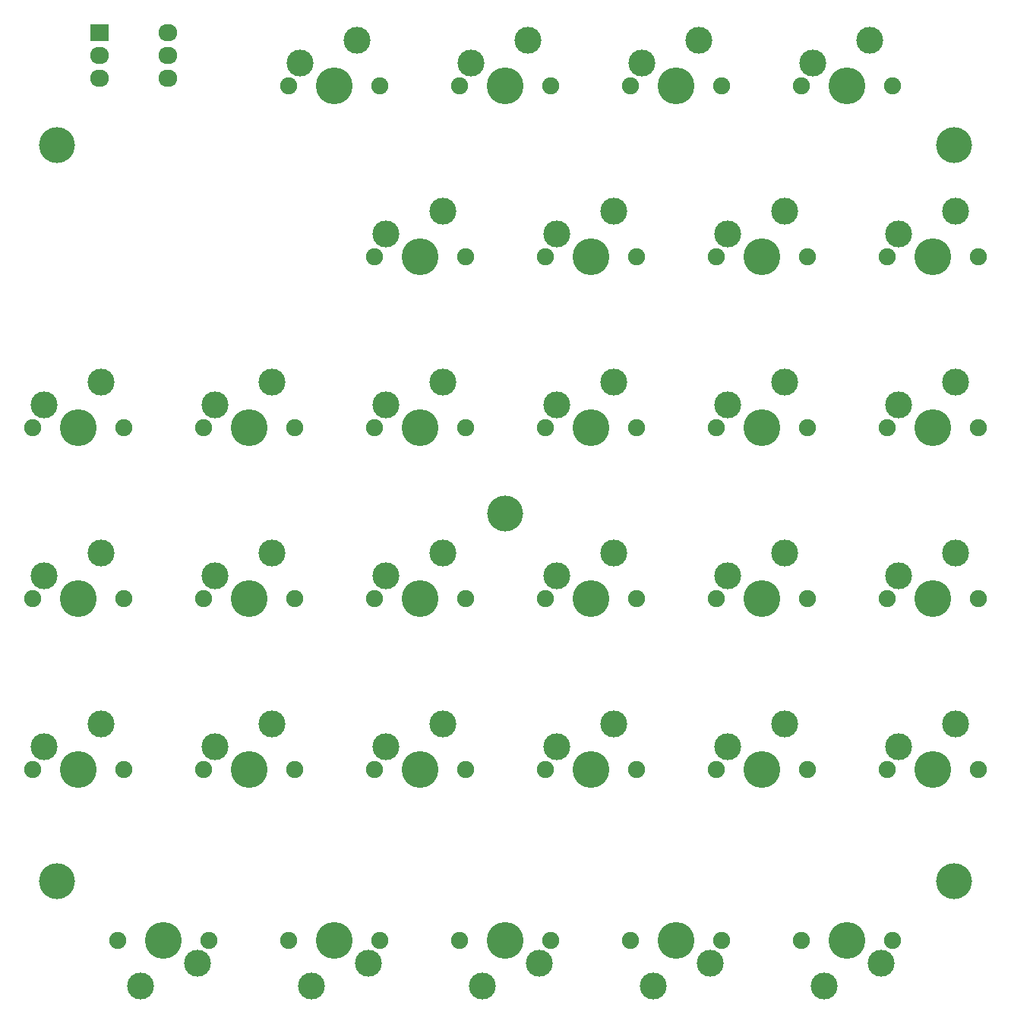
<source format=gbr>
%TF.GenerationSoftware,KiCad,Pcbnew,(5.1.9)-1*%
%TF.CreationDate,2021-05-21T21:09:54+09:00*%
%TF.ProjectId,yuiop31rs,7975696f-7033-4317-9273-2e6b69636164,1*%
%TF.SameCoordinates,Original*%
%TF.FileFunction,Soldermask,Top*%
%TF.FilePolarity,Negative*%
%FSLAX46Y46*%
G04 Gerber Fmt 4.6, Leading zero omitted, Abs format (unit mm)*
G04 Created by KiCad (PCBNEW (5.1.9)-1) date 2021-05-21 21:09:54*
%MOMM*%
%LPD*%
G01*
G04 APERTURE LIST*
%ADD10C,4.000000*%
%ADD11C,3.000000*%
%ADD12C,4.100000*%
%ADD13C,1.900000*%
%ADD14O,2.100000X1.900000*%
%ADD15R,2.100000X1.900000*%
G04 APERTURE END LIST*
D10*
%TO.C,HOLE5*%
X150000000Y-100000000D03*
%TD*%
%TO.C,HOLE4*%
X200000000Y-141000000D03*
%TD*%
%TO.C,HOLE3*%
X100000000Y-141000000D03*
%TD*%
%TO.C,HOLE2*%
X200000000Y-59000000D03*
%TD*%
%TO.C,HOLE1*%
X100000000Y-59000000D03*
%TD*%
D11*
%TO.C,SW31*%
X191910000Y-150165000D03*
X185560000Y-152705000D03*
D12*
X188100000Y-147625000D03*
D13*
X183020000Y-147625000D03*
X193180000Y-147625000D03*
%TD*%
D11*
%TO.C,SW30*%
X172860000Y-150165000D03*
X166510000Y-152705000D03*
D12*
X169050000Y-147625000D03*
D13*
X163970000Y-147625000D03*
X174130000Y-147625000D03*
%TD*%
D11*
%TO.C,SW29*%
X153810000Y-150165000D03*
X147460000Y-152705000D03*
D12*
X150000000Y-147625000D03*
D13*
X144920000Y-147625000D03*
X155080000Y-147625000D03*
%TD*%
D11*
%TO.C,SW28*%
X134760000Y-150165000D03*
X128410000Y-152705000D03*
D12*
X130950000Y-147625000D03*
D13*
X125870000Y-147625000D03*
X136030000Y-147625000D03*
%TD*%
D11*
%TO.C,SW27*%
X115710000Y-150165000D03*
X109360000Y-152705000D03*
D12*
X111900000Y-147625000D03*
D13*
X106820000Y-147625000D03*
X116980000Y-147625000D03*
%TD*%
D11*
%TO.C,SW26*%
X193815000Y-126035000D03*
X200165000Y-123495000D03*
D12*
X197625000Y-128575000D03*
D13*
X202705000Y-128575000D03*
X192545000Y-128575000D03*
%TD*%
D11*
%TO.C,SW25*%
X174765000Y-126035000D03*
X181115000Y-123495000D03*
D12*
X178575000Y-128575000D03*
D13*
X183655000Y-128575000D03*
X173495000Y-128575000D03*
%TD*%
D11*
%TO.C,SW24*%
X155715000Y-126035000D03*
X162065000Y-123495000D03*
D12*
X159525000Y-128575000D03*
D13*
X164605000Y-128575000D03*
X154445000Y-128575000D03*
%TD*%
D11*
%TO.C,SW23*%
X136665000Y-126035000D03*
X143015000Y-123495000D03*
D12*
X140475000Y-128575000D03*
D13*
X145555000Y-128575000D03*
X135395000Y-128575000D03*
%TD*%
D11*
%TO.C,SW22*%
X117615000Y-126035000D03*
X123965000Y-123495000D03*
D12*
X121425000Y-128575000D03*
D13*
X126505000Y-128575000D03*
X116345000Y-128575000D03*
%TD*%
D11*
%TO.C,SW21*%
X98565000Y-126035000D03*
X104915000Y-123495000D03*
D12*
X102375000Y-128575000D03*
D13*
X107455000Y-128575000D03*
X97295000Y-128575000D03*
%TD*%
D11*
%TO.C,SW20*%
X193815000Y-106985000D03*
X200165000Y-104445000D03*
D12*
X197625000Y-109525000D03*
D13*
X202705000Y-109525000D03*
X192545000Y-109525000D03*
%TD*%
D11*
%TO.C,SW19*%
X174765000Y-106985000D03*
X181115000Y-104445000D03*
D12*
X178575000Y-109525000D03*
D13*
X183655000Y-109525000D03*
X173495000Y-109525000D03*
%TD*%
D11*
%TO.C,SW18*%
X155715000Y-106985000D03*
X162065000Y-104445000D03*
D12*
X159525000Y-109525000D03*
D13*
X164605000Y-109525000D03*
X154445000Y-109525000D03*
%TD*%
D11*
%TO.C,SW17*%
X136665000Y-106985000D03*
X143015000Y-104445000D03*
D12*
X140475000Y-109525000D03*
D13*
X145555000Y-109525000D03*
X135395000Y-109525000D03*
%TD*%
D11*
%TO.C,SW16*%
X117615000Y-106985000D03*
X123965000Y-104445000D03*
D12*
X121425000Y-109525000D03*
D13*
X126505000Y-109525000D03*
X116345000Y-109525000D03*
%TD*%
D11*
%TO.C,SW15*%
X98565000Y-106985000D03*
X104915000Y-104445000D03*
D12*
X102375000Y-109525000D03*
D13*
X107455000Y-109525000D03*
X97295000Y-109525000D03*
%TD*%
D11*
%TO.C,SW14*%
X193815000Y-87935000D03*
X200165000Y-85395000D03*
D12*
X197625000Y-90475000D03*
D13*
X202705000Y-90475000D03*
X192545000Y-90475000D03*
%TD*%
D11*
%TO.C,SW13*%
X174765000Y-87935000D03*
X181115000Y-85395000D03*
D12*
X178575000Y-90475000D03*
D13*
X183655000Y-90475000D03*
X173495000Y-90475000D03*
%TD*%
D11*
%TO.C,SW12*%
X155715000Y-87935000D03*
X162065000Y-85395000D03*
D12*
X159525000Y-90475000D03*
D13*
X164605000Y-90475000D03*
X154445000Y-90475000D03*
%TD*%
D11*
%TO.C,SW11*%
X136665000Y-87935000D03*
X143015000Y-85395000D03*
D12*
X140475000Y-90475000D03*
D13*
X145555000Y-90475000D03*
X135395000Y-90475000D03*
%TD*%
D11*
%TO.C,SW10*%
X117615000Y-87935000D03*
X123965000Y-85395000D03*
D12*
X121425000Y-90475000D03*
D13*
X126505000Y-90475000D03*
X116345000Y-90475000D03*
%TD*%
D11*
%TO.C,SW9*%
X98565000Y-87935000D03*
X104915000Y-85395000D03*
D12*
X102375000Y-90475000D03*
D13*
X107455000Y-90475000D03*
X97295000Y-90475000D03*
%TD*%
D11*
%TO.C,SW8*%
X193815000Y-68884900D03*
X200165000Y-66344900D03*
D12*
X197625000Y-71424900D03*
D13*
X202705000Y-71424900D03*
X192545000Y-71424900D03*
%TD*%
D11*
%TO.C,SW7*%
X174765000Y-68884900D03*
X181115000Y-66344900D03*
D12*
X178575000Y-71424900D03*
D13*
X183655000Y-71424900D03*
X173495000Y-71424900D03*
%TD*%
D11*
%TO.C,SW6*%
X155715000Y-68884900D03*
X162065000Y-66344900D03*
D12*
X159525000Y-71424900D03*
D13*
X164605000Y-71424900D03*
X154445000Y-71424900D03*
%TD*%
D11*
%TO.C,SW5*%
X136665000Y-68884900D03*
X143015000Y-66344900D03*
D12*
X140475000Y-71424900D03*
D13*
X145555000Y-71424900D03*
X135395000Y-71424900D03*
%TD*%
D11*
%TO.C,SW4*%
X184290000Y-49834800D03*
X190640000Y-47294800D03*
D12*
X188100000Y-52374800D03*
D13*
X193180000Y-52374800D03*
X183020000Y-52374800D03*
%TD*%
D11*
%TO.C,SW3*%
X165240000Y-49834800D03*
X171590000Y-47294800D03*
D12*
X169050000Y-52374800D03*
D13*
X174130000Y-52374800D03*
X163970000Y-52374800D03*
%TD*%
D11*
%TO.C,SW2*%
X146190000Y-49834800D03*
X152540000Y-47294800D03*
D12*
X150000000Y-52374800D03*
D13*
X155080000Y-52374800D03*
X144920000Y-52374800D03*
%TD*%
D11*
%TO.C,SW1*%
X127140000Y-49834800D03*
X133490000Y-47294800D03*
D12*
X130950000Y-52374800D03*
D13*
X136030000Y-52374800D03*
X125870000Y-52374800D03*
%TD*%
D14*
%TO.C,ROT_SW1*%
X112376000Y-51501700D03*
X104756000Y-51501700D03*
X112376000Y-48961700D03*
X104756000Y-48961700D03*
X112376000Y-46421700D03*
D15*
X104756000Y-46421700D03*
%TD*%
M02*

</source>
